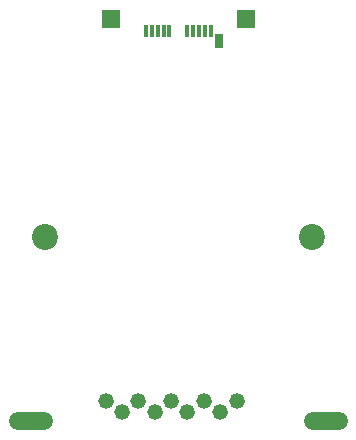
<source format=gbr>
%TF.GenerationSoftware,KiCad,Pcbnew,8.0.3*%
%TF.CreationDate,2024-07-15T16:50:19+10:00*%
%TF.ProjectId,DB9 Serial Expansion Card Rev2,44423920-5365-4726-9961-6c2045787061,rev?*%
%TF.SameCoordinates,Original*%
%TF.FileFunction,Soldermask,Bot*%
%TF.FilePolarity,Negative*%
%FSLAX46Y46*%
G04 Gerber Fmt 4.6, Leading zero omitted, Abs format (unit mm)*
G04 Created by KiCad (PCBNEW 8.0.3) date 2024-07-15 16:50:19*
%MOMM*%
%LPD*%
G01*
G04 APERTURE LIST*
%ADD10C,1.320800*%
%ADD11O,3.750000X1.500000*%
%ADD12C,2.200000*%
%ADD13R,0.300000X1.000000*%
%ADD14R,0.700000X1.150000*%
%ADD15R,1.500000X1.500000*%
G04 APERTURE END LIST*
D10*
%TO.C,J1*%
X226490001Y-105542999D03*
X229260000Y-105542999D03*
X232030000Y-105542999D03*
X234800000Y-105542999D03*
X237569999Y-105542999D03*
X227875002Y-106543000D03*
X230645001Y-106543000D03*
X233415001Y-106543000D03*
X236185001Y-106543000D03*
D11*
X245125000Y-107243000D03*
X220135000Y-107243000D03*
%TD*%
D12*
%TO.C,H2*%
X243940000Y-91710000D03*
%TD*%
D13*
%TO.C,P1*%
X235390000Y-74250000D03*
X234890000Y-74250000D03*
X234390000Y-74250000D03*
X233890000Y-74250000D03*
X233390000Y-74250000D03*
X231890000Y-74250000D03*
X231390000Y-74250000D03*
X230890000Y-74250000D03*
X230390000Y-74250000D03*
X229890000Y-74250000D03*
D14*
X236060000Y-75090000D03*
%TD*%
D12*
%TO.C,H1*%
X221340000Y-91710000D03*
%TD*%
%TO.C,H1*%
X221340000Y-91710000D03*
%TD*%
D15*
%TO.C,TP4*%
X238340000Y-73210000D03*
%TD*%
%TO.C,TP2*%
X226940000Y-73210000D03*
%TD*%
M02*

</source>
